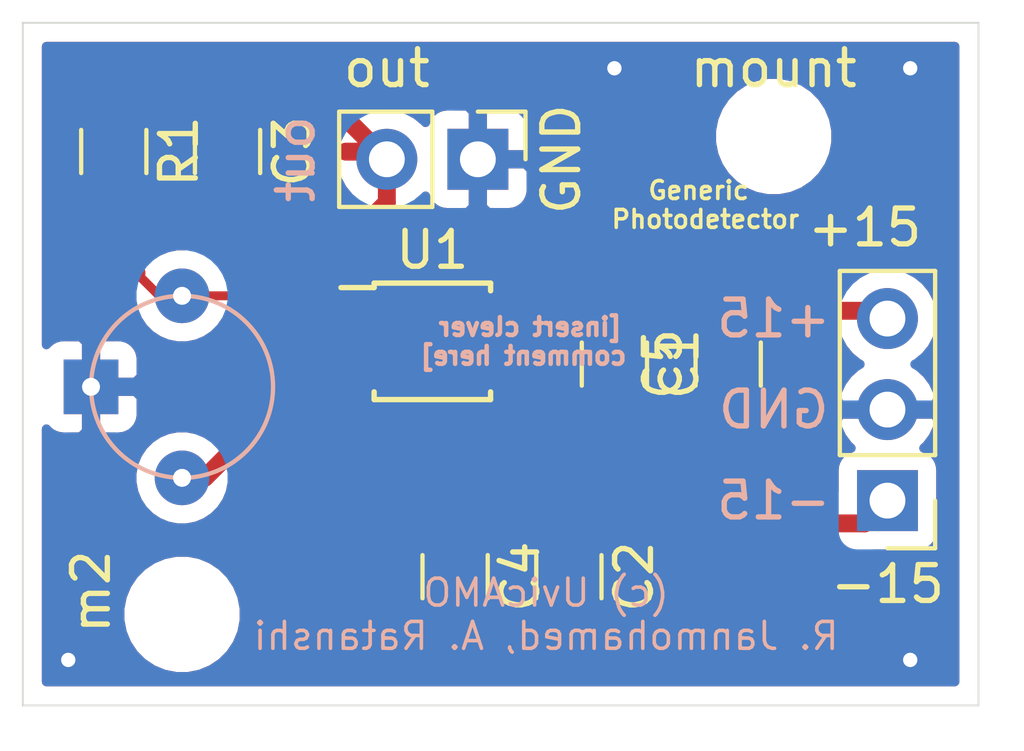
<source format=kicad_pcb>
(kicad_pcb (version 20171130) (host pcbnew "(5.1.2)-1")

  (general
    (thickness 1.6)
    (drawings 13)
    (tracks 47)
    (zones 0)
    (modules 12)
    (nets 7)
  )

  (page A4)
  (layers
    (0 F.Cu signal)
    (31 B.Cu signal)
    (32 B.Adhes user)
    (33 F.Adhes user)
    (34 B.Paste user)
    (35 F.Paste user)
    (36 B.SilkS user)
    (37 F.SilkS user)
    (38 B.Mask user)
    (39 F.Mask user)
    (40 Dwgs.User user)
    (41 Cmts.User user)
    (42 Eco1.User user)
    (43 Eco2.User user)
    (44 Edge.Cuts user)
    (45 Margin user)
    (46 B.CrtYd user)
    (47 F.CrtYd user)
    (48 B.Fab user)
    (49 F.Fab user)
  )

  (setup
    (last_trace_width 0.25)
    (trace_clearance 0.2)
    (zone_clearance 0.508)
    (zone_45_only no)
    (trace_min 0.2)
    (via_size 0.8)
    (via_drill 0.4)
    (via_min_size 0.4)
    (via_min_drill 0.3)
    (uvia_size 0.3)
    (uvia_drill 0.1)
    (uvias_allowed no)
    (uvia_min_size 0.2)
    (uvia_min_drill 0.1)
    (edge_width 0.05)
    (segment_width 0.2)
    (pcb_text_width 0.3)
    (pcb_text_size 1.5 1.5)
    (mod_edge_width 0.12)
    (mod_text_size 1 1)
    (mod_text_width 0.15)
    (pad_size 1.524 1.524)
    (pad_drill 0.762)
    (pad_to_mask_clearance 0.051)
    (solder_mask_min_width 0.25)
    (aux_axis_origin 0 0)
    (visible_elements FFFFFF7F)
    (pcbplotparams
      (layerselection 0x010fc_ffffffff)
      (usegerberextensions false)
      (usegerberattributes false)
      (usegerberadvancedattributes false)
      (creategerberjobfile false)
      (excludeedgelayer true)
      (linewidth 0.100000)
      (plotframeref false)
      (viasonmask false)
      (mode 1)
      (useauxorigin false)
      (hpglpennumber 1)
      (hpglpenspeed 20)
      (hpglpendiameter 15.000000)
      (psnegative false)
      (psa4output false)
      (plotreference true)
      (plotvalue true)
      (plotinvisibletext false)
      (padsonsilk false)
      (subtractmaskfromsilk false)
      (outputformat 1)
      (mirror false)
      (drillshape 1)
      (scaleselection 1)
      (outputdirectory ""))
  )

  (net 0 "")
  (net 1 +15V)
  (net 2 GND)
  (net 3 -15V)
  (net 4 "Net-(C3-Pad1)")
  (net 5 "Net-(C3-Pad2)")
  (net 6 "Net-(U1-Pad7)")

  (net_class Default "This is the default net class."
    (clearance 0.2)
    (trace_width 0.25)
    (via_dia 0.8)
    (via_drill 0.4)
    (uvia_dia 0.3)
    (uvia_drill 0.1)
    (add_net +15V)
    (add_net -15V)
    (add_net GND)
    (add_net "Net-(C3-Pad1)")
    (add_net "Net-(C3-Pad2)")
    (add_net "Net-(U1-Pad7)")
  )

  (module MountingHole:MountingHole_2.2mm_M2 (layer F.Cu) (tedit 56D1B4CB) (tstamp 5D3FC30E)
    (at 81.915 41.275)
    (descr "Mounting Hole 2.2mm, no annular, M2")
    (tags "mounting hole 2.2mm no annular m2")
    (attr virtual)
    (fp_text reference mount (at 0 -1.905) (layer F.SilkS)
      (effects (font (size 1 1) (thickness 0.15)))
    )
    (fp_text value MountingHole_2.2mm_M2 (at 0 3.2) (layer F.Fab) hide
      (effects (font (size 1 1) (thickness 0.15)))
    )
    (fp_circle (center 0 0) (end 2.45 0) (layer F.CrtYd) (width 0.05))
    (fp_circle (center 0 0) (end 2.2 0) (layer Cmts.User) (width 0.15))
    (fp_text user %R (at 0.3 0) (layer F.Fab)
      (effects (font (size 1 1) (thickness 0.15)))
    )
    (pad 1 np_thru_hole circle (at 0 0) (size 2.2 2.2) (drill 2.2) (layers *.Cu *.Mask))
  )

  (module MountingHole:MountingHole_2.2mm_M2 (layer F.Cu) (tedit 56D1B4CB) (tstamp 5D3FC5A9)
    (at 65.405 54.61)
    (descr "Mounting Hole 2.2mm, no annular, M2")
    (tags "mounting hole 2.2mm no annular m2")
    (attr virtual)
    (fp_text reference m2 (at -2.54 -0.635 90) (layer F.SilkS)
      (effects (font (size 1 1) (thickness 0.15)))
    )
    (fp_text value MountingHole_2.2mm_M2 (at 0 3.2) (layer F.Fab) hide
      (effects (font (size 1 1) (thickness 0.15)))
    )
    (fp_circle (center 0 0) (end 2.45 0) (layer F.CrtYd) (width 0.05))
    (fp_circle (center 0 0) (end 2.2 0) (layer Cmts.User) (width 0.15))
    (fp_text user %R (at 0.3 0) (layer F.Fab)
      (effects (font (size 1 1) (thickness 0.15)))
    )
    (pad 1 np_thru_hole circle (at 0 0) (size 2.2 2.2) (drill 2.2) (layers *.Cu *.Mask))
  )

  (module Capacitor_SMD:C_1206_3216Metric_Pad1.42x1.75mm_HandSolder (layer F.Cu) (tedit 5B301BBE) (tstamp 5D3F9F7E)
    (at 76.2 53.5575 270)
    (descr "Capacitor SMD 1206 (3216 Metric), square (rectangular) end terminal, IPC_7351 nominal with elongated pad for handsoldering. (Body size source: http://www.tortai-tech.com/upload/download/2011102023233369053.pdf), generated with kicad-footprint-generator")
    (tags "capacitor handsolder")
    (path /5D41F402)
    (attr smd)
    (fp_text reference C2 (at 0 -1.82 90) (layer F.SilkS)
      (effects (font (size 1 1) (thickness 0.15)))
    )
    (fp_text value 1u (at 0 1.82 90) (layer F.Fab)
      (effects (font (size 1 1) (thickness 0.15)))
    )
    (fp_text user %R (at 0 0 90) (layer F.Fab)
      (effects (font (size 0.8 0.8) (thickness 0.12)))
    )
    (fp_line (start 2.45 1.12) (end -2.45 1.12) (layer F.CrtYd) (width 0.05))
    (fp_line (start 2.45 -1.12) (end 2.45 1.12) (layer F.CrtYd) (width 0.05))
    (fp_line (start -2.45 -1.12) (end 2.45 -1.12) (layer F.CrtYd) (width 0.05))
    (fp_line (start -2.45 1.12) (end -2.45 -1.12) (layer F.CrtYd) (width 0.05))
    (fp_line (start -0.602064 0.91) (end 0.602064 0.91) (layer F.SilkS) (width 0.12))
    (fp_line (start -0.602064 -0.91) (end 0.602064 -0.91) (layer F.SilkS) (width 0.12))
    (fp_line (start 1.6 0.8) (end -1.6 0.8) (layer F.Fab) (width 0.1))
    (fp_line (start 1.6 -0.8) (end 1.6 0.8) (layer F.Fab) (width 0.1))
    (fp_line (start -1.6 -0.8) (end 1.6 -0.8) (layer F.Fab) (width 0.1))
    (fp_line (start -1.6 0.8) (end -1.6 -0.8) (layer F.Fab) (width 0.1))
    (pad 2 smd roundrect (at 1.4875 0 270) (size 1.425 1.75) (layers F.Cu F.Paste F.Mask) (roundrect_rratio 0.175439)
      (net 2 GND))
    (pad 1 smd roundrect (at -1.4875 0 270) (size 1.425 1.75) (layers F.Cu F.Paste F.Mask) (roundrect_rratio 0.175439)
      (net 3 -15V))
    (model ${KISYS3DMOD}/Capacitor_SMD.3dshapes/C_1206_3216Metric.wrl
      (at (xyz 0 0 0))
      (scale (xyz 1 1 1))
      (rotate (xyz 0 0 0))
    )
  )

  (module Capacitor_SMD:C_1206_3216Metric_Pad1.42x1.75mm_HandSolder (layer F.Cu) (tedit 5B301BBE) (tstamp 5D3FAF6D)
    (at 73.025 53.5575 270)
    (descr "Capacitor SMD 1206 (3216 Metric), square (rectangular) end terminal, IPC_7351 nominal with elongated pad for handsoldering. (Body size source: http://www.tortai-tech.com/upload/download/2011102023233369053.pdf), generated with kicad-footprint-generator")
    (tags "capacitor handsolder")
    (path /5D4332D9)
    (attr smd)
    (fp_text reference C4 (at 0 -1.82 90) (layer F.SilkS)
      (effects (font (size 1 1) (thickness 0.15)))
    )
    (fp_text value 10n (at 0 1.82 90) (layer F.Fab)
      (effects (font (size 1 1) (thickness 0.15)))
    )
    (fp_text user %R (at 0 0 90) (layer F.Fab)
      (effects (font (size 0.8 0.8) (thickness 0.12)))
    )
    (fp_line (start 2.45 1.12) (end -2.45 1.12) (layer F.CrtYd) (width 0.05))
    (fp_line (start 2.45 -1.12) (end 2.45 1.12) (layer F.CrtYd) (width 0.05))
    (fp_line (start -2.45 -1.12) (end 2.45 -1.12) (layer F.CrtYd) (width 0.05))
    (fp_line (start -2.45 1.12) (end -2.45 -1.12) (layer F.CrtYd) (width 0.05))
    (fp_line (start -0.602064 0.91) (end 0.602064 0.91) (layer F.SilkS) (width 0.12))
    (fp_line (start -0.602064 -0.91) (end 0.602064 -0.91) (layer F.SilkS) (width 0.12))
    (fp_line (start 1.6 0.8) (end -1.6 0.8) (layer F.Fab) (width 0.1))
    (fp_line (start 1.6 -0.8) (end 1.6 0.8) (layer F.Fab) (width 0.1))
    (fp_line (start -1.6 -0.8) (end 1.6 -0.8) (layer F.Fab) (width 0.1))
    (fp_line (start -1.6 0.8) (end -1.6 -0.8) (layer F.Fab) (width 0.1))
    (pad 2 smd roundrect (at 1.4875 0 270) (size 1.425 1.75) (layers F.Cu F.Paste F.Mask) (roundrect_rratio 0.175439)
      (net 2 GND))
    (pad 1 smd roundrect (at -1.4875 0 270) (size 1.425 1.75) (layers F.Cu F.Paste F.Mask) (roundrect_rratio 0.175439)
      (net 3 -15V))
    (model ${KISYS3DMOD}/Capacitor_SMD.3dshapes/C_1206_3216Metric.wrl
      (at (xyz 0 0 0))
      (scale (xyz 1 1 1))
      (rotate (xyz 0 0 0))
    )
  )

  (module Connector_PinHeader_2.54mm:PinHeader_1x03_P2.54mm_Vertical (layer F.Cu) (tedit 59FED5CC) (tstamp 5D3FB1ED)
    (at 85.09 51.435 180)
    (descr "Through hole straight pin header, 1x03, 2.54mm pitch, single row")
    (tags "Through hole pin header THT 1x03 2.54mm single row")
    (path /5D3F8234)
    (fp_text reference -15 (at 0 -2.33) (layer F.SilkS)
      (effects (font (size 1 1) (thickness 0.15)))
    )
    (fp_text value Power (at 0 7.41) (layer F.Fab)
      (effects (font (size 1 1) (thickness 0.15)))
    )
    (fp_line (start -0.635 -1.27) (end 1.27 -1.27) (layer F.Fab) (width 0.1))
    (fp_line (start 1.27 -1.27) (end 1.27 6.35) (layer F.Fab) (width 0.1))
    (fp_line (start 1.27 6.35) (end -1.27 6.35) (layer F.Fab) (width 0.1))
    (fp_line (start -1.27 6.35) (end -1.27 -0.635) (layer F.Fab) (width 0.1))
    (fp_line (start -1.27 -0.635) (end -0.635 -1.27) (layer F.Fab) (width 0.1))
    (fp_line (start -1.33 6.41) (end 1.33 6.41) (layer F.SilkS) (width 0.12))
    (fp_line (start -1.33 1.27) (end -1.33 6.41) (layer F.SilkS) (width 0.12))
    (fp_line (start 1.33 1.27) (end 1.33 6.41) (layer F.SilkS) (width 0.12))
    (fp_line (start -1.33 1.27) (end 1.33 1.27) (layer F.SilkS) (width 0.12))
    (fp_line (start -1.33 0) (end -1.33 -1.33) (layer F.SilkS) (width 0.12))
    (fp_line (start -1.33 -1.33) (end 0 -1.33) (layer F.SilkS) (width 0.12))
    (fp_line (start -1.8 -1.8) (end -1.8 6.85) (layer F.CrtYd) (width 0.05))
    (fp_line (start -1.8 6.85) (end 1.8 6.85) (layer F.CrtYd) (width 0.05))
    (fp_line (start 1.8 6.85) (end 1.8 -1.8) (layer F.CrtYd) (width 0.05))
    (fp_line (start 1.8 -1.8) (end -1.8 -1.8) (layer F.CrtYd) (width 0.05))
    (fp_text user %R (at 0 2.54 90) (layer F.Fab)
      (effects (font (size 1 1) (thickness 0.15)))
    )
    (pad 1 thru_hole rect (at 0 0 180) (size 1.7 1.7) (drill 1) (layers *.Cu *.Mask)
      (net 3 -15V))
    (pad 2 thru_hole oval (at 0 2.54 180) (size 1.7 1.7) (drill 1) (layers *.Cu *.Mask)
      (net 2 GND))
    (pad 3 thru_hole oval (at 0 5.08 180) (size 1.7 1.7) (drill 1) (layers *.Cu *.Mask)
      (net 1 +15V))
    (model ${KISYS3DMOD}/Connector_PinHeader_2.54mm.3dshapes/PinHeader_1x03_P2.54mm_Vertical.wrl
      (at (xyz 0 0 0))
      (scale (xyz 1 1 1))
      (rotate (xyz 0 0 0))
    )
  )

  (module uvicamo:FDS100 (layer B.Cu) (tedit 5D3F6194) (tstamp 5D3FB3E9)
    (at 65.405 48.26)
    (path /5D4125FD)
    (fp_text reference PD (at 5.08 -1.905) (layer B.SilkS) hide
      (effects (font (size 1 1) (thickness 0.15)) (justify mirror))
    )
    (fp_text value FDS100 (at 5.08 2.54) (layer B.Fab)
      (effects (font (size 1 1) (thickness 0.15)) (justify mirror))
    )
    (fp_circle (center 0 0) (end 0 -2.54) (layer B.SilkS) (width 0.12))
    (pad 1 thru_hole circle (at 0 2.54) (size 1.524 1.524) (drill 0.5) (layers *.Cu *.Mask)
      (net 3 -15V))
    (pad 2 thru_hole rect (at -2.54 0) (size 1.524 1.524) (drill 0.5) (layers *.Cu *.Mask)
      (net 2 GND))
    (pad 3 thru_hole circle (at 0 -2.54) (size 1.524 1.524) (drill 0.5) (layers *.Cu *.Mask)
      (net 5 "Net-(C3-Pad2)"))
  )

  (module Capacitor_SMD:C_1206_3216Metric_Pad1.42x1.75mm_HandSolder (layer F.Cu) (tedit 5B301BBE) (tstamp 5D3F9F6D)
    (at 77.47 47.625 270)
    (descr "Capacitor SMD 1206 (3216 Metric), square (rectangular) end terminal, IPC_7351 nominal with elongated pad for handsoldering. (Body size source: http://www.tortai-tech.com/upload/download/2011102023233369053.pdf), generated with kicad-footprint-generator")
    (tags "capacitor handsolder")
    (path /5D423127)
    (attr smd)
    (fp_text reference C1 (at 0 -1.82 270) (layer F.SilkS)
      (effects (font (size 1 1) (thickness 0.15)))
    )
    (fp_text value 100n (at 0 1.82 90) (layer F.Fab)
      (effects (font (size 1 1) (thickness 0.15)))
    )
    (fp_line (start -1.6 0.8) (end -1.6 -0.8) (layer F.Fab) (width 0.1))
    (fp_line (start -1.6 -0.8) (end 1.6 -0.8) (layer F.Fab) (width 0.1))
    (fp_line (start 1.6 -0.8) (end 1.6 0.8) (layer F.Fab) (width 0.1))
    (fp_line (start 1.6 0.8) (end -1.6 0.8) (layer F.Fab) (width 0.1))
    (fp_line (start -0.602064 -0.91) (end 0.602064 -0.91) (layer F.SilkS) (width 0.12))
    (fp_line (start -0.602064 0.91) (end 0.602064 0.91) (layer F.SilkS) (width 0.12))
    (fp_line (start -2.45 1.12) (end -2.45 -1.12) (layer F.CrtYd) (width 0.05))
    (fp_line (start -2.45 -1.12) (end 2.45 -1.12) (layer F.CrtYd) (width 0.05))
    (fp_line (start 2.45 -1.12) (end 2.45 1.12) (layer F.CrtYd) (width 0.05))
    (fp_line (start 2.45 1.12) (end -2.45 1.12) (layer F.CrtYd) (width 0.05))
    (fp_text user %R (at 0 0 90) (layer F.Fab)
      (effects (font (size 0.8 0.8) (thickness 0.12)))
    )
    (pad 1 smd roundrect (at -1.4875 0 270) (size 1.425 1.75) (layers F.Cu F.Paste F.Mask) (roundrect_rratio 0.175439)
      (net 1 +15V))
    (pad 2 smd roundrect (at 1.4875 0 270) (size 1.425 1.75) (layers F.Cu F.Paste F.Mask) (roundrect_rratio 0.175439)
      (net 2 GND))
    (model ${KISYS3DMOD}/Capacitor_SMD.3dshapes/C_1206_3216Metric.wrl
      (at (xyz 0 0 0))
      (scale (xyz 1 1 1))
      (rotate (xyz 0 0 0))
    )
  )

  (module Capacitor_SMD:C_1206_3216Metric_Pad1.42x1.75mm_HandSolder (layer F.Cu) (tedit 5B301BBE) (tstamp 5D3FC82C)
    (at 66.675 41.6925 270)
    (descr "Capacitor SMD 1206 (3216 Metric), square (rectangular) end terminal, IPC_7351 nominal with elongated pad for handsoldering. (Body size source: http://www.tortai-tech.com/upload/download/2011102023233369053.pdf), generated with kicad-footprint-generator")
    (tags "capacitor handsolder")
    (path /5D3F45F7)
    (attr smd)
    (fp_text reference C3 (at 0 -1.82 90) (layer F.SilkS)
      (effects (font (size 1 1) (thickness 0.15)))
    )
    (fp_text value 18p (at 0 1.82 90) (layer F.Fab)
      (effects (font (size 1 1) (thickness 0.15)))
    )
    (fp_line (start -1.6 0.8) (end -1.6 -0.8) (layer F.Fab) (width 0.1))
    (fp_line (start -1.6 -0.8) (end 1.6 -0.8) (layer F.Fab) (width 0.1))
    (fp_line (start 1.6 -0.8) (end 1.6 0.8) (layer F.Fab) (width 0.1))
    (fp_line (start 1.6 0.8) (end -1.6 0.8) (layer F.Fab) (width 0.1))
    (fp_line (start -0.602064 -0.91) (end 0.602064 -0.91) (layer F.SilkS) (width 0.12))
    (fp_line (start -0.602064 0.91) (end 0.602064 0.91) (layer F.SilkS) (width 0.12))
    (fp_line (start -2.45 1.12) (end -2.45 -1.12) (layer F.CrtYd) (width 0.05))
    (fp_line (start -2.45 -1.12) (end 2.45 -1.12) (layer F.CrtYd) (width 0.05))
    (fp_line (start 2.45 -1.12) (end 2.45 1.12) (layer F.CrtYd) (width 0.05))
    (fp_line (start 2.45 1.12) (end -2.45 1.12) (layer F.CrtYd) (width 0.05))
    (fp_text user %R (at 0 0 90) (layer F.Fab)
      (effects (font (size 0.8 0.8) (thickness 0.12)))
    )
    (pad 1 smd roundrect (at -1.4875 0 270) (size 1.425 1.75) (layers F.Cu F.Paste F.Mask) (roundrect_rratio 0.175439)
      (net 4 "Net-(C3-Pad1)"))
    (pad 2 smd roundrect (at 1.4875 0 270) (size 1.425 1.75) (layers F.Cu F.Paste F.Mask) (roundrect_rratio 0.175439)
      (net 5 "Net-(C3-Pad2)"))
    (model ${KISYS3DMOD}/Capacitor_SMD.3dshapes/C_1206_3216Metric.wrl
      (at (xyz 0 0 0))
      (scale (xyz 1 1 1))
      (rotate (xyz 0 0 0))
    )
  )

  (module Capacitor_SMD:C_1206_3216Metric_Pad1.42x1.75mm_HandSolder (layer F.Cu) (tedit 5B301BBE) (tstamp 5D3FAB6C)
    (at 80.645 47.625 90)
    (descr "Capacitor SMD 1206 (3216 Metric), square (rectangular) end terminal, IPC_7351 nominal with elongated pad for handsoldering. (Body size source: http://www.tortai-tech.com/upload/download/2011102023233369053.pdf), generated with kicad-footprint-generator")
    (tags "capacitor handsolder")
    (path /5D436D3E)
    (attr smd)
    (fp_text reference C5 (at 0 -1.82 90) (layer F.SilkS)
      (effects (font (size 1 1) (thickness 0.15)))
    )
    (fp_text value 10n (at 0 1.82 90) (layer F.Fab)
      (effects (font (size 1 1) (thickness 0.15)))
    )
    (fp_line (start -1.6 0.8) (end -1.6 -0.8) (layer F.Fab) (width 0.1))
    (fp_line (start -1.6 -0.8) (end 1.6 -0.8) (layer F.Fab) (width 0.1))
    (fp_line (start 1.6 -0.8) (end 1.6 0.8) (layer F.Fab) (width 0.1))
    (fp_line (start 1.6 0.8) (end -1.6 0.8) (layer F.Fab) (width 0.1))
    (fp_line (start -0.602064 -0.91) (end 0.602064 -0.91) (layer F.SilkS) (width 0.12))
    (fp_line (start -0.602064 0.91) (end 0.602064 0.91) (layer F.SilkS) (width 0.12))
    (fp_line (start -2.45 1.12) (end -2.45 -1.12) (layer F.CrtYd) (width 0.05))
    (fp_line (start -2.45 -1.12) (end 2.45 -1.12) (layer F.CrtYd) (width 0.05))
    (fp_line (start 2.45 -1.12) (end 2.45 1.12) (layer F.CrtYd) (width 0.05))
    (fp_line (start 2.45 1.12) (end -2.45 1.12) (layer F.CrtYd) (width 0.05))
    (fp_text user %R (at 0 0 90) (layer F.Fab)
      (effects (font (size 0.8 0.8) (thickness 0.12)))
    )
    (pad 1 smd roundrect (at -1.4875 0 90) (size 1.425 1.75) (layers F.Cu F.Paste F.Mask) (roundrect_rratio 0.175439)
      (net 2 GND))
    (pad 2 smd roundrect (at 1.4875 0 90) (size 1.425 1.75) (layers F.Cu F.Paste F.Mask) (roundrect_rratio 0.175439)
      (net 1 +15V))
    (model ${KISYS3DMOD}/Capacitor_SMD.3dshapes/C_1206_3216Metric.wrl
      (at (xyz 0 0 0))
      (scale (xyz 1 1 1))
      (rotate (xyz 0 0 0))
    )
  )

  (module Connector_PinHeader_2.54mm:PinHeader_1x02_P2.54mm_Vertical (layer F.Cu) (tedit 59FED5CC) (tstamp 5D3FAA1C)
    (at 73.66 41.91 270)
    (descr "Through hole straight pin header, 1x02, 2.54mm pitch, single row")
    (tags "Through hole pin header THT 1x02 2.54mm single row")
    (path /5D3F7435)
    (fp_text reference GND (at 0 -2.33 90) (layer F.SilkS)
      (effects (font (size 1 1) (thickness 0.15)))
    )
    (fp_text value Output (at 0 4.87 90) (layer F.Fab)
      (effects (font (size 1 1) (thickness 0.15)))
    )
    (fp_line (start -0.635 -1.27) (end 1.27 -1.27) (layer F.Fab) (width 0.1))
    (fp_line (start 1.27 -1.27) (end 1.27 3.81) (layer F.Fab) (width 0.1))
    (fp_line (start 1.27 3.81) (end -1.27 3.81) (layer F.Fab) (width 0.1))
    (fp_line (start -1.27 3.81) (end -1.27 -0.635) (layer F.Fab) (width 0.1))
    (fp_line (start -1.27 -0.635) (end -0.635 -1.27) (layer F.Fab) (width 0.1))
    (fp_line (start -1.33 3.87) (end 1.33 3.87) (layer F.SilkS) (width 0.12))
    (fp_line (start -1.33 1.27) (end -1.33 3.87) (layer F.SilkS) (width 0.12))
    (fp_line (start 1.33 1.27) (end 1.33 3.87) (layer F.SilkS) (width 0.12))
    (fp_line (start -1.33 1.27) (end 1.33 1.27) (layer F.SilkS) (width 0.12))
    (fp_line (start -1.33 0) (end -1.33 -1.33) (layer F.SilkS) (width 0.12))
    (fp_line (start -1.33 -1.33) (end 0 -1.33) (layer F.SilkS) (width 0.12))
    (fp_line (start -1.8 -1.8) (end -1.8 4.35) (layer F.CrtYd) (width 0.05))
    (fp_line (start -1.8 4.35) (end 1.8 4.35) (layer F.CrtYd) (width 0.05))
    (fp_line (start 1.8 4.35) (end 1.8 -1.8) (layer F.CrtYd) (width 0.05))
    (fp_line (start 1.8 -1.8) (end -1.8 -1.8) (layer F.CrtYd) (width 0.05))
    (fp_text user %R (at 0 1.27) (layer F.Fab)
      (effects (font (size 1 1) (thickness 0.15)))
    )
    (pad 1 thru_hole rect (at 0 0 270) (size 1.7 1.7) (drill 1) (layers *.Cu *.Mask)
      (net 2 GND))
    (pad 2 thru_hole oval (at 0 2.54 270) (size 1.7 1.7) (drill 1) (layers *.Cu *.Mask)
      (net 4 "Net-(C3-Pad1)"))
    (model ${KISYS3DMOD}/Connector_PinHeader_2.54mm.3dshapes/PinHeader_1x02_P2.54mm_Vertical.wrl
      (at (xyz 0 0 0))
      (scale (xyz 1 1 1))
      (rotate (xyz 0 0 0))
    )
  )

  (module Resistor_SMD:R_1206_3216Metric_Pad1.42x1.75mm_HandSolder (layer F.Cu) (tedit 5B301BBD) (tstamp 5D3F9FEF)
    (at 63.5 41.6925 270)
    (descr "Resistor SMD 1206 (3216 Metric), square (rectangular) end terminal, IPC_7351 nominal with elongated pad for handsoldering. (Body size source: http://www.tortai-tech.com/upload/download/2011102023233369053.pdf), generated with kicad-footprint-generator")
    (tags "resistor handsolder")
    (path /5D3F299E)
    (attr smd)
    (fp_text reference R1 (at 0 -1.82 90) (layer F.SilkS)
      (effects (font (size 1 1) (thickness 0.15)))
    )
    (fp_text value 8k06 (at -1.4875 -7.62 180) (layer F.Fab)
      (effects (font (size 1 1) (thickness 0.15)))
    )
    (fp_line (start -1.6 0.8) (end -1.6 -0.8) (layer F.Fab) (width 0.1))
    (fp_line (start -1.6 -0.8) (end 1.6 -0.8) (layer F.Fab) (width 0.1))
    (fp_line (start 1.6 -0.8) (end 1.6 0.8) (layer F.Fab) (width 0.1))
    (fp_line (start 1.6 0.8) (end -1.6 0.8) (layer F.Fab) (width 0.1))
    (fp_line (start -0.602064 -0.91) (end 0.602064 -0.91) (layer F.SilkS) (width 0.12))
    (fp_line (start -0.602064 0.91) (end 0.602064 0.91) (layer F.SilkS) (width 0.12))
    (fp_line (start -2.45 1.12) (end -2.45 -1.12) (layer F.CrtYd) (width 0.05))
    (fp_line (start -2.45 -1.12) (end 2.45 -1.12) (layer F.CrtYd) (width 0.05))
    (fp_line (start 2.45 -1.12) (end 2.45 1.12) (layer F.CrtYd) (width 0.05))
    (fp_line (start 2.45 1.12) (end -2.45 1.12) (layer F.CrtYd) (width 0.05))
    (fp_text user %R (at 0 0 90) (layer F.Fab)
      (effects (font (size 0.8 0.8) (thickness 0.12)))
    )
    (pad 1 smd roundrect (at -1.4875 0 270) (size 1.425 1.75) (layers F.Cu F.Paste F.Mask) (roundrect_rratio 0.175439)
      (net 4 "Net-(C3-Pad1)"))
    (pad 2 smd roundrect (at 1.4875 0 270) (size 1.425 1.75) (layers F.Cu F.Paste F.Mask) (roundrect_rratio 0.175439)
      (net 5 "Net-(C3-Pad2)"))
    (model ${KISYS3DMOD}/Resistor_SMD.3dshapes/R_1206_3216Metric.wrl
      (at (xyz 0 0 0))
      (scale (xyz 1 1 1))
      (rotate (xyz 0 0 0))
    )
  )

  (module Package_SO:MSOP-8-1EP_3x3mm_P0.65mm_EP1.68x1.88mm (layer F.Cu) (tedit 5A6725D7) (tstamp 5D3FA2B9)
    (at 72.39 46.99)
    (descr "MS8E Package; 8-Lead Plastic MSOP, Exposed Die Pad (see Linear Technology 05081662_K_MS8E.pdf)")
    (tags "SSOP 0.65")
    (path /5D407572)
    (attr smd)
    (fp_text reference U1 (at 0 -2.55) (layer F.SilkS)
      (effects (font (size 1 1) (thickness 0.15)))
    )
    (fp_text value ADA4661-2 (at 0 2.55) (layer F.Fab)
      (effects (font (size 1 1) (thickness 0.15)))
    )
    (fp_line (start -0.5 -1.5) (end 1.5 -1.5) (layer F.Fab) (width 0.15))
    (fp_line (start 1.5 -1.5) (end 1.5 1.5) (layer F.Fab) (width 0.15))
    (fp_line (start 1.5 1.5) (end -1.5 1.5) (layer F.Fab) (width 0.15))
    (fp_line (start -1.5 1.5) (end -1.5 -0.5) (layer F.Fab) (width 0.15))
    (fp_line (start -1.5 -0.5) (end -0.5 -1.5) (layer F.Fab) (width 0.15))
    (fp_line (start -2.8 -1.8) (end -2.8 1.8) (layer F.CrtYd) (width 0.05))
    (fp_line (start 2.8 -1.8) (end 2.8 1.8) (layer F.CrtYd) (width 0.05))
    (fp_line (start -2.8 -1.8) (end 2.8 -1.8) (layer F.CrtYd) (width 0.05))
    (fp_line (start -2.8 1.8) (end 2.8 1.8) (layer F.CrtYd) (width 0.05))
    (fp_line (start -1.625 -1.625) (end -1.625 -1.5) (layer F.SilkS) (width 0.15))
    (fp_line (start 1.625 -1.625) (end 1.625 -1.41) (layer F.SilkS) (width 0.15))
    (fp_line (start 1.625 1.625) (end 1.625 1.41) (layer F.SilkS) (width 0.15))
    (fp_line (start -1.625 1.625) (end -1.625 1.41) (layer F.SilkS) (width 0.15))
    (fp_line (start -1.625 -1.625) (end 1.625 -1.625) (layer F.SilkS) (width 0.15))
    (fp_line (start -1.625 1.625) (end 1.625 1.625) (layer F.SilkS) (width 0.15))
    (fp_line (start -1.625 -1.5) (end -2.55 -1.5) (layer F.SilkS) (width 0.15))
    (fp_text user %R (at 0 0) (layer F.Fab)
      (effects (font (size 0.6 0.6) (thickness 0.09)))
    )
    (pad 1 smd rect (at -2.105 -0.975) (size 0.89 0.42) (layers F.Cu F.Paste F.Mask)
      (net 4 "Net-(C3-Pad1)"))
    (pad 2 smd rect (at -2.105 -0.325) (size 0.89 0.42) (layers F.Cu F.Paste F.Mask)
      (net 5 "Net-(C3-Pad2)"))
    (pad 3 smd rect (at -2.105 0.325) (size 0.89 0.42) (layers F.Cu F.Paste F.Mask)
      (net 2 GND))
    (pad 4 smd rect (at -2.105 0.975) (size 0.89 0.42) (layers F.Cu F.Paste F.Mask)
      (net 3 -15V))
    (pad 5 smd rect (at 2.105 0.975) (size 0.89 0.42) (layers F.Cu F.Paste F.Mask)
      (net 2 GND))
    (pad 6 smd rect (at 2.105 0.325) (size 0.89 0.42) (layers F.Cu F.Paste F.Mask)
      (net 2 GND))
    (pad 7 smd rect (at 2.105 -0.325) (size 0.89 0.42) (layers F.Cu F.Paste F.Mask)
      (net 6 "Net-(U1-Pad7)"))
    (pad 8 smd rect (at 2.105 -0.975) (size 0.89 0.42) (layers F.Cu F.Paste F.Mask)
      (net 1 +15V))
    (pad "" smd rect (at 0.42 0.47) (size 0.66 0.76) (layers F.Paste))
    (pad 9 smd rect (at 0 0) (size 1.68 1.88) (layers F.Cu F.Mask))
    (pad "" smd rect (at -0.42 0.47) (size 0.66 0.76) (layers F.Paste))
    (pad "" smd rect (at -0.42 -0.47) (size 0.66 0.76) (layers F.Paste))
    (pad "" smd rect (at 0.42 -0.47) (size 0.66 0.76) (layers F.Paste))
    (model ${KISYS3DMOD}/Package_SO.3dshapes/MSOP-8-1EP_3x3mm_P0.65mm_EP1.68x1.88mm.wrl
      (at (xyz 0 0 0))
      (scale (xyz 1 1 1))
      (rotate (xyz 0 0 0))
    )
  )

  (gr_text "[insert clever \ncomment here]" (at 74.93 46.99) (layer B.SilkS)
    (effects (font (size 0.5 0.5) (thickness 0.125)) (justify mirror))
  )
  (gr_text out (at 71.12 39.37) (layer F.SilkS)
    (effects (font (size 1 1) (thickness 0.15)))
  )
  (gr_text +15 (at 84.455 43.815) (layer F.SilkS)
    (effects (font (size 1 1) (thickness 0.15)))
  )
  (gr_text GND (at 81.915 48.895) (layer B.SilkS)
    (effects (font (size 1 1) (thickness 0.15)) (justify mirror))
  )
  (gr_text "-15\n" (at 81.915 51.435) (layer B.SilkS)
    (effects (font (size 1 1) (thickness 0.15)) (justify mirror))
  )
  (gr_text +15 (at 81.915 46.355) (layer B.SilkS)
    (effects (font (size 1 1) (thickness 0.15)) (justify mirror))
  )
  (gr_text out (at 68.58 41.91 90) (layer B.SilkS)
    (effects (font (size 1 1) (thickness 0.15)) (justify mirror))
  )
  (gr_text "Generic \nPhotodetector" (at 80.01 43.18) (layer F.SilkS)
    (effects (font (size 0.5 0.5) (thickness 0.1)))
  )
  (gr_text "(c) UvicAMO\nR. Janmohamed, A. Ratanshi" (at 75.565 54.61) (layer B.SilkS)
    (effects (font (size 0.75 0.75) (thickness 0.1)) (justify mirror))
  )
  (gr_line (start 60.96 57.15) (end 60.96 38.1) (layer Edge.Cuts) (width 0.05))
  (gr_line (start 87.63 57.15) (end 60.96 57.15) (layer Edge.Cuts) (width 0.05))
  (gr_line (start 87.63 38.1) (end 87.63 57.15) (layer Edge.Cuts) (width 0.05))
  (gr_line (start 60.96 38.1) (end 87.63 38.1) (layer Edge.Cuts) (width 0.05))

  (segment (start 77.3475 46.015) (end 77.47 46.1375) (width 0.25) (layer F.Cu) (net 1))
  (segment (start 74.495 46.015) (end 77.3475 46.015) (width 0.25) (layer F.Cu) (net 1))
  (segment (start 77.47 46.1375) (end 80.645 46.1375) (width 0.25) (layer F.Cu) (net 1))
  (segment (start 84.8725 46.1375) (end 85.09 46.355) (width 0.5) (layer F.Cu) (net 1))
  (segment (start 80.645 46.1375) (end 84.8725 46.1375) (width 0.5) (layer F.Cu) (net 1))
  (segment (start 74.495 47.315) (end 74.495 47.965) (width 0.25) (layer F.Cu) (net 2))
  (segment (start 70.285 47.315) (end 68.89 47.315) (width 0.25) (layer F.Cu) (net 2))
  (segment (start 68.58 47.625) (end 66.675 47.625) (width 0.25) (layer F.Cu) (net 2))
  (segment (start 68.89 47.315) (end 68.58 47.625) (width 0.25) (layer F.Cu) (net 2))
  (via (at 77.47 39.37) (size 0.8) (drill 0.4) (layers F.Cu B.Cu) (net 2))
  (via (at 85.725 39.37) (size 0.8) (drill 0.4) (layers F.Cu B.Cu) (net 2))
  (via (at 85.725 55.88) (size 0.8) (drill 0.4) (layers F.Cu B.Cu) (net 2))
  (via (at 62.23 55.88) (size 0.8) (drill 0.4) (layers F.Cu B.Cu) (net 2))
  (segment (start 79.93 52.07) (end 76.2 52.07) (width 0.5) (layer F.Cu) (net 3))
  (segment (start 76.2 52.07) (end 73.025 52.07) (width 0.5) (layer F.Cu) (net 3))
  (segment (start 73.025 52.07) (end 71.755 52.07) (width 0.5) (layer F.Cu) (net 3))
  (segment (start 70.274999 47.975001) (end 70.285 47.975001) (width 0.5) (layer F.Cu) (net 3))
  (segment (start 69.85 50.165) (end 69.85 48.4) (width 0.5) (layer F.Cu) (net 3))
  (segment (start 69.85 48.4) (end 70.274999 47.975001) (width 0.5) (layer F.Cu) (net 3))
  (segment (start 85.09 51.435) (end 84.455 52.07) (width 0.5) (layer F.Cu) (net 3))
  (segment (start 84.455 52.07) (end 79.93 52.07) (width 0.5) (layer F.Cu) (net 3))
  (segment (start 71.755 52.07) (end 70.485 50.8) (width 0.5) (layer F.Cu) (net 3))
  (segment (start 70.485 50.8) (end 69.85 50.165) (width 0.5) (layer F.Cu) (net 3))
  (segment (start 69.85 50.165) (end 66.675 50.165) (width 0.5) (layer F.Cu) (net 3))
  (segment (start 66.675 50.165) (end 66.04 50.8) (width 0.5) (layer F.Cu) (net 3))
  (segment (start 66.04 50.8) (end 65.405 50.8) (width 0.25) (layer F.Cu) (net 3))
  (segment (start 70.907 41.697) (end 71.12 41.91) (width 0.5) (layer F.Cu) (net 4))
  (segment (start 69.977 41.697) (end 70.907 41.697) (width 0.5) (layer F.Cu) (net 4))
  (segment (start 70.285 43.947081) (end 70.285 46.004999) (width 0.5) (layer F.Cu) (net 4))
  (segment (start 71.12 41.91) (end 71.12 43.112081) (width 0.5) (layer F.Cu) (net 4))
  (segment (start 71.12 43.112081) (end 70.285 43.947081) (width 0.5) (layer F.Cu) (net 4))
  (segment (start 63.5 40.205) (end 66.675 40.205) (width 0.5) (layer F.Cu) (net 4))
  (segment (start 69.415 40.205) (end 71.12 41.91) (width 0.5) (layer F.Cu) (net 4))
  (segment (start 66.675 40.205) (end 69.415 40.205) (width 0.5) (layer F.Cu) (net 4))
  (segment (start 64.135 45.085) (end 63.5 44.45) (width 0.5) (layer F.Cu) (net 5))
  (segment (start 67.945 44.4275) (end 67.945 45.593) (width 0.25) (layer F.Cu) (net 5))
  (segment (start 69.017 46.665) (end 70.285 46.665) (width 0.25) (layer F.Cu) (net 5))
  (segment (start 64.135 45.085) (end 64.77 45.72) (width 0.25) (layer F.Cu) (net 5))
  (segment (start 64.77 45.72) (end 65.405 45.72) (width 0.25) (layer F.Cu) (net 5))
  (segment (start 63.5 43.18) (end 63.5 44.45) (width 0.5) (layer F.Cu) (net 5))
  (segment (start 67.468847 43.951347) (end 67.945 44.4275) (width 0.25) (layer F.Cu) (net 5))
  (segment (start 67.446347 43.951347) (end 67.468847 43.951347) (width 0.25) (layer F.Cu) (net 5))
  (segment (start 66.675 43.18) (end 67.446347 43.951347) (width 0.25) (layer F.Cu) (net 5))
  (segment (start 67.945 45.72) (end 68.0085 45.6565) (width 0.25) (layer F.Cu) (net 5))
  (segment (start 65.405 45.72) (end 67.945 45.72) (width 0.25) (layer F.Cu) (net 5))
  (segment (start 67.945 45.593) (end 68.0085 45.6565) (width 0.25) (layer F.Cu) (net 5))
  (segment (start 68.0085 45.6565) (end 69.017 46.665) (width 0.25) (layer F.Cu) (net 5))

  (zone (net 2) (net_name GND) (layer F.Cu) (tstamp 0) (hatch edge 0.508)
    (connect_pads (clearance 0.508))
    (min_thickness 0.254)
    (fill yes (arc_segments 32) (thermal_gap 0.508) (thermal_bridge_width 0.508))
    (polygon
      (pts
        (xy 60.325 37.465) (xy 88.265 37.465) (xy 88.9 58.42) (xy 60.325 58.42)
      )
    )
    (filled_polygon
      (pts
        (xy 86.970001 56.49) (xy 61.62 56.49) (xy 61.62 54.439117) (xy 63.67 54.439117) (xy 63.67 54.780883)
        (xy 63.736675 55.116081) (xy 63.867463 55.431831) (xy 64.057337 55.715998) (xy 64.299002 55.957663) (xy 64.583169 56.147537)
        (xy 64.898919 56.278325) (xy 65.234117 56.345) (xy 65.575883 56.345) (xy 65.911081 56.278325) (xy 66.226831 56.147537)
        (xy 66.510998 55.957663) (xy 66.711161 55.7575) (xy 71.511928 55.7575) (xy 71.524188 55.881982) (xy 71.560498 56.00168)
        (xy 71.619463 56.111994) (xy 71.698815 56.208685) (xy 71.795506 56.288037) (xy 71.90582 56.347002) (xy 72.025518 56.383312)
        (xy 72.15 56.395572) (xy 72.73925 56.3925) (xy 72.898 56.23375) (xy 72.898 55.172) (xy 73.152 55.172)
        (xy 73.152 56.23375) (xy 73.31075 56.3925) (xy 73.9 56.395572) (xy 74.024482 56.383312) (xy 74.14418 56.347002)
        (xy 74.254494 56.288037) (xy 74.351185 56.208685) (xy 74.430537 56.111994) (xy 74.489502 56.00168) (xy 74.525812 55.881982)
        (xy 74.538072 55.7575) (xy 74.686928 55.7575) (xy 74.699188 55.881982) (xy 74.735498 56.00168) (xy 74.794463 56.111994)
        (xy 74.873815 56.208685) (xy 74.970506 56.288037) (xy 75.08082 56.347002) (xy 75.200518 56.383312) (xy 75.325 56.395572)
        (xy 75.91425 56.3925) (xy 76.073 56.23375) (xy 76.073 55.172) (xy 76.327 55.172) (xy 76.327 56.23375)
        (xy 76.48575 56.3925) (xy 77.075 56.395572) (xy 77.199482 56.383312) (xy 77.31918 56.347002) (xy 77.429494 56.288037)
        (xy 77.526185 56.208685) (xy 77.605537 56.111994) (xy 77.664502 56.00168) (xy 77.700812 55.881982) (xy 77.713072 55.7575)
        (xy 77.71 55.33075) (xy 77.55125 55.172) (xy 76.327 55.172) (xy 76.073 55.172) (xy 74.84875 55.172)
        (xy 74.69 55.33075) (xy 74.686928 55.7575) (xy 74.538072 55.7575) (xy 74.535 55.33075) (xy 74.37625 55.172)
        (xy 73.152 55.172) (xy 72.898 55.172) (xy 71.67375 55.172) (xy 71.515 55.33075) (xy 71.511928 55.7575)
        (xy 66.711161 55.7575) (xy 66.752663 55.715998) (xy 66.942537 55.431831) (xy 67.073325 55.116081) (xy 67.14 54.780883)
        (xy 67.14 54.439117) (xy 67.118793 54.3325) (xy 71.511928 54.3325) (xy 71.515 54.75925) (xy 71.67375 54.918)
        (xy 72.898 54.918) (xy 72.898 53.85625) (xy 73.152 53.85625) (xy 73.152 54.918) (xy 74.37625 54.918)
        (xy 74.535 54.75925) (xy 74.538072 54.3325) (xy 74.686928 54.3325) (xy 74.69 54.75925) (xy 74.84875 54.918)
        (xy 76.073 54.918) (xy 76.073 53.85625) (xy 76.327 53.85625) (xy 76.327 54.918) (xy 77.55125 54.918)
        (xy 77.71 54.75925) (xy 77.713072 54.3325) (xy 77.700812 54.208018) (xy 77.664502 54.08832) (xy 77.605537 53.978006)
        (xy 77.526185 53.881315) (xy 77.429494 53.801963) (xy 77.31918 53.742998) (xy 77.199482 53.706688) (xy 77.075 53.694428)
        (xy 76.48575 53.6975) (xy 76.327 53.85625) (xy 76.073 53.85625) (xy 75.91425 53.6975) (xy 75.325 53.694428)
        (xy 75.200518 53.706688) (xy 75.08082 53.742998) (xy 74.970506 53.801963) (xy 74.873815 53.881315) (xy 74.794463 53.978006)
        (xy 74.735498 54.08832) (xy 74.699188 54.208018) (xy 74.686928 54.3325) (xy 74.538072 54.3325) (xy 74.525812 54.208018)
        (xy 74.489502 54.08832) (xy 74.430537 53.978006) (xy 74.351185 53.881315) (xy 74.254494 53.801963) (xy 74.14418 53.742998)
        (xy 74.024482 53.706688) (xy 73.9 53.694428) (xy 73.31075 53.6975) (xy 73.152 53.85625) (xy 72.898 53.85625)
        (xy 72.73925 53.6975) (xy 72.15 53.694428) (xy 72.025518 53.706688) (xy 71.90582 53.742998) (xy 71.795506 53.801963)
        (xy 71.698815 53.881315) (xy 71.619463 53.978006) (xy 71.560498 54.08832) (xy 71.524188 54.208018) (xy 71.511928 54.3325)
        (xy 67.118793 54.3325) (xy 67.073325 54.103919) (xy 66.942537 53.788169) (xy 66.752663 53.504002) (xy 66.510998 53.262337)
        (xy 66.226831 53.072463) (xy 65.911081 52.941675) (xy 65.575883 52.875) (xy 65.234117 52.875) (xy 64.898919 52.941675)
        (xy 64.583169 53.072463) (xy 64.299002 53.262337) (xy 64.057337 53.504002) (xy 63.867463 53.788169) (xy 63.736675 54.103919)
        (xy 63.67 54.439117) (xy 61.62 54.439117) (xy 61.62 49.434418) (xy 61.651815 49.473185) (xy 61.748506 49.552537)
        (xy 61.85882 49.611502) (xy 61.978518 49.647812) (xy 62.103 49.660072) (xy 62.57925 49.657) (xy 62.738 49.49825)
        (xy 62.738 48.387) (xy 62.992 48.387) (xy 62.992 49.49825) (xy 63.15075 49.657) (xy 63.627 49.660072)
        (xy 63.751482 49.647812) (xy 63.87118 49.611502) (xy 63.981494 49.552537) (xy 64.078185 49.473185) (xy 64.157537 49.376494)
        (xy 64.216502 49.26618) (xy 64.252812 49.146482) (xy 64.265072 49.022) (xy 64.262 48.54575) (xy 64.10325 48.387)
        (xy 62.992 48.387) (xy 62.738 48.387) (xy 62.718 48.387) (xy 62.718 48.133) (xy 62.738 48.133)
        (xy 62.738 47.02175) (xy 62.992 47.02175) (xy 62.992 48.133) (xy 64.10325 48.133) (xy 64.262 47.97425)
        (xy 64.265072 47.498) (xy 64.252812 47.373518) (xy 64.216502 47.25382) (xy 64.157537 47.143506) (xy 64.078185 47.046815)
        (xy 63.981494 46.967463) (xy 63.87118 46.908498) (xy 63.751482 46.872188) (xy 63.627 46.859928) (xy 63.15075 46.863)
        (xy 62.992 47.02175) (xy 62.738 47.02175) (xy 62.57925 46.863) (xy 62.103 46.859928) (xy 61.978518 46.872188)
        (xy 61.85882 46.908498) (xy 61.748506 46.967463) (xy 61.651815 47.046815) (xy 61.62 47.085582) (xy 61.62 39.7425)
        (xy 61.986928 39.7425) (xy 61.986928 40.6675) (xy 62.003992 40.840754) (xy 62.054528 41.00735) (xy 62.136595 41.160886)
        (xy 62.247038 41.295462) (xy 62.381614 41.405905) (xy 62.53515 41.487972) (xy 62.701746 41.538508) (xy 62.875 41.555572)
        (xy 64.125 41.555572) (xy 64.298254 41.538508) (xy 64.46485 41.487972) (xy 64.618386 41.405905) (xy 64.752962 41.295462)
        (xy 64.863405 41.160886) (xy 64.901294 41.09) (xy 65.273706 41.09) (xy 65.311595 41.160886) (xy 65.422038 41.295462)
        (xy 65.556614 41.405905) (xy 65.71015 41.487972) (xy 65.876746 41.538508) (xy 66.05 41.555572) (xy 67.3 41.555572)
        (xy 67.473254 41.538508) (xy 67.63985 41.487972) (xy 67.793386 41.405905) (xy 67.927962 41.295462) (xy 68.038405 41.160886)
        (xy 68.076294 41.09) (xy 69.048422 41.09) (xy 69.211038 41.252616) (xy 69.155411 41.356687) (xy 69.104805 41.52351)
        (xy 69.087718 41.697) (xy 69.104805 41.87049) (xy 69.155411 42.037313) (xy 69.237589 42.191059) (xy 69.348183 42.325817)
        (xy 69.482941 42.436411) (xy 69.636687 42.518589) (xy 69.785624 42.563769) (xy 69.879294 42.739014) (xy 70.042555 42.937948)
        (xy 69.689956 43.290547) (xy 69.656183 43.318264) (xy 69.545589 43.453023) (xy 69.463411 43.606769) (xy 69.412805 43.773592)
        (xy 69.4 43.903605) (xy 69.4 43.903612) (xy 69.395719 43.947081) (xy 69.4 43.99055) (xy 69.400001 45.344635)
        (xy 69.388815 45.353815) (xy 69.309463 45.450506) (xy 69.250498 45.56082) (xy 69.214188 45.680518) (xy 69.204606 45.777804)
        (xy 68.705 45.278199) (xy 68.705 44.464822) (xy 68.708676 44.427499) (xy 68.705 44.390176) (xy 68.705 44.390167)
        (xy 68.694003 44.278514) (xy 68.650546 44.135253) (xy 68.642698 44.120571) (xy 68.579974 44.003223) (xy 68.54117 43.955941)
        (xy 68.485001 43.887499) (xy 68.455998 43.863697) (xy 68.188072 43.595771) (xy 68.188072 42.7175) (xy 68.171008 42.544246)
        (xy 68.120472 42.37765) (xy 68.038405 42.224114) (xy 67.927962 42.089538) (xy 67.793386 41.979095) (xy 67.63985 41.897028)
        (xy 67.473254 41.846492) (xy 67.3 41.829428) (xy 66.05 41.829428) (xy 65.876746 41.846492) (xy 65.71015 41.897028)
        (xy 65.556614 41.979095) (xy 65.422038 42.089538) (xy 65.311595 42.224114) (xy 65.229528 42.37765) (xy 65.178992 42.544246)
        (xy 65.161928 42.7175) (xy 65.161928 43.6425) (xy 65.178992 43.815754) (xy 65.229528 43.98235) (xy 65.311595 44.135886)
        (xy 65.422038 44.270462) (xy 65.486056 44.323) (xy 65.267408 44.323) (xy 64.99751 44.376686) (xy 64.77177 44.470191)
        (xy 64.653592 44.352013) (xy 64.752962 44.270462) (xy 64.863405 44.135886) (xy 64.945472 43.98235) (xy 64.996008 43.815754)
        (xy 65.013072 43.6425) (xy 65.013072 42.7175) (xy 64.996008 42.544246) (xy 64.945472 42.37765) (xy 64.863405 42.224114)
        (xy 64.752962 42.089538) (xy 64.618386 41.979095) (xy 64.46485 41.897028) (xy 64.298254 41.846492) (xy 64.125 41.829428)
        (xy 62.875 41.829428) (xy 62.701746 41.846492) (xy 62.53515 41.897028) (xy 62.381614 41.979095) (xy 62.247038 42.089538)
        (xy 62.136595 42.224114) (xy 62.054528 42.37765) (xy 62.003992 42.544246) (xy 61.986928 42.7175) (xy 61.986928 43.6425)
        (xy 62.003992 43.815754) (xy 62.054528 43.98235) (xy 62.136595 44.135886) (xy 62.247038 44.270462) (xy 62.381614 44.380905)
        (xy 62.53515 44.462972) (xy 62.614363 44.487001) (xy 62.627805 44.62349) (xy 62.678412 44.790313) (xy 62.76059 44.944059)
        (xy 62.843468 45.045046) (xy 62.843471 45.045049) (xy 62.871184 45.078817) (xy 62.904951 45.106529) (xy 63.539953 45.741532)
        (xy 63.640941 45.824411) (xy 63.794686 45.906589) (xy 63.919715 45.944516) (xy 64.051505 46.076307) (xy 64.061686 46.12749)
        (xy 64.166995 46.381727) (xy 64.31988 46.610535) (xy 64.514465 46.80512) (xy 64.743273 46.958005) (xy 64.99751 47.063314)
        (xy 65.267408 47.117) (xy 65.542592 47.117) (xy 65.81249 47.063314) (xy 66.066727 46.958005) (xy 66.295535 46.80512)
        (xy 66.49012 46.610535) (xy 66.577341 46.48) (xy 67.757198 46.48) (xy 68.453205 47.176008) (xy 68.476999 47.205001)
        (xy 68.505992 47.228795) (xy 68.505996 47.228799) (xy 68.536485 47.25382) (xy 68.592724 47.299974) (xy 68.724753 47.370546)
        (xy 68.868014 47.414003) (xy 68.979667 47.425) (xy 68.979676 47.425) (xy 69.016999 47.428676) (xy 69.054322 47.425)
        (xy 69.205 47.425) (xy 69.205 47.442002) (xy 69.287282 47.442002) (xy 69.250498 47.51082) (xy 69.25031 47.51144)
        (xy 69.205 47.55675) (xy 69.21378 47.634661) (xy 69.201928 47.755) (xy 69.201928 47.794646) (xy 69.193471 47.804951)
        (xy 69.193468 47.804954) (xy 69.11059 47.905941) (xy 69.028412 48.059687) (xy 68.977805 48.22651) (xy 68.960719 48.4)
        (xy 68.965001 48.443479) (xy 68.965001 49.28) (xy 66.718469 49.28) (xy 66.675 49.275719) (xy 66.631531 49.28)
        (xy 66.631523 49.28) (xy 66.50151 49.292805) (xy 66.334686 49.343411) (xy 66.180941 49.425589) (xy 66.079953 49.508468)
        (xy 66.079951 49.50847) (xy 66.046183 49.536183) (xy 66.035586 49.549096) (xy 65.81249 49.456686) (xy 65.542592 49.403)
        (xy 65.267408 49.403) (xy 64.99751 49.456686) (xy 64.743273 49.561995) (xy 64.514465 49.71488) (xy 64.31988 49.909465)
        (xy 64.166995 50.138273) (xy 64.061686 50.39251) (xy 64.008 50.662408) (xy 64.008 50.937592) (xy 64.061686 51.20749)
        (xy 64.166995 51.461727) (xy 64.31988 51.690535) (xy 64.514465 51.88512) (xy 64.743273 52.038005) (xy 64.99751 52.143314)
        (xy 65.267408 52.197) (xy 65.542592 52.197) (xy 65.81249 52.143314) (xy 66.066727 52.038005) (xy 66.295535 51.88512)
        (xy 66.49012 51.690535) (xy 66.643005 51.461727) (xy 66.652306 51.439272) (xy 67.041579 51.05) (xy 69.483422 51.05)
        (xy 69.889953 51.456532) (xy 69.889958 51.456536) (xy 71.09847 52.665049) (xy 71.126183 52.698817) (xy 71.159951 52.72653)
        (xy 71.159953 52.726532) (xy 71.231452 52.78521) (xy 71.260941 52.809411) (xy 71.414687 52.891589) (xy 71.58151 52.942195)
        (xy 71.618826 52.94587) (xy 71.661595 53.025886) (xy 71.772038 53.160462) (xy 71.906614 53.270905) (xy 72.06015 53.352972)
        (xy 72.226746 53.403508) (xy 72.4 53.420572) (xy 73.65 53.420572) (xy 73.823254 53.403508) (xy 73.98985 53.352972)
        (xy 74.143386 53.270905) (xy 74.277962 53.160462) (xy 74.388405 53.025886) (xy 74.426294 52.955) (xy 74.798706 52.955)
        (xy 74.836595 53.025886) (xy 74.947038 53.160462) (xy 75.081614 53.270905) (xy 75.23515 53.352972) (xy 75.401746 53.403508)
        (xy 75.575 53.420572) (xy 76.825 53.420572) (xy 76.998254 53.403508) (xy 77.16485 53.352972) (xy 77.318386 53.270905)
        (xy 77.452962 53.160462) (xy 77.563405 53.025886) (xy 77.601294 52.955) (xy 84.411531 52.955) (xy 84.455 52.959281)
        (xy 84.498469 52.955) (xy 84.498477 52.955) (xy 84.62849 52.942195) (xy 84.691529 52.923072) (xy 85.94 52.923072)
        (xy 86.064482 52.910812) (xy 86.18418 52.874502) (xy 86.294494 52.815537) (xy 86.391185 52.736185) (xy 86.470537 52.639494)
        (xy 86.529502 52.52918) (xy 86.565812 52.409482) (xy 86.578072 52.285) (xy 86.578072 50.585) (xy 86.565812 50.460518)
        (xy 86.529502 50.34082) (xy 86.470537 50.230506) (xy 86.391185 50.133815) (xy 86.294494 50.054463) (xy 86.18418 49.995498)
        (xy 86.103534 49.971034) (xy 86.187588 49.895269) (xy 86.361641 49.66192) (xy 86.486825 49.399099) (xy 86.531476 49.25189)
        (xy 86.410155 49.022) (xy 85.217 49.022) (xy 85.217 49.042) (xy 84.963 49.042) (xy 84.963 49.022)
        (xy 83.769845 49.022) (xy 83.648524 49.25189) (xy 83.693175 49.399099) (xy 83.818359 49.66192) (xy 83.992412 49.895269)
        (xy 84.076466 49.971034) (xy 83.99582 49.995498) (xy 83.885506 50.054463) (xy 83.788815 50.133815) (xy 83.709463 50.230506)
        (xy 83.650498 50.34082) (xy 83.614188 50.460518) (xy 83.601928 50.585) (xy 83.601928 51.185) (xy 77.601294 51.185)
        (xy 77.563405 51.114114) (xy 77.452962 50.979538) (xy 77.318386 50.869095) (xy 77.16485 50.787028) (xy 76.998254 50.736492)
        (xy 76.825 50.719428) (xy 75.575 50.719428) (xy 75.401746 50.736492) (xy 75.23515 50.787028) (xy 75.081614 50.869095)
        (xy 74.947038 50.979538) (xy 74.836595 51.114114) (xy 74.798706 51.185) (xy 74.426294 51.185) (xy 74.388405 51.114114)
        (xy 74.277962 50.979538) (xy 74.143386 50.869095) (xy 73.98985 50.787028) (xy 73.823254 50.736492) (xy 73.65 50.719428)
        (xy 72.4 50.719428) (xy 72.226746 50.736492) (xy 72.06015 50.787028) (xy 71.906614 50.869095) (xy 71.851173 50.914594)
        (xy 71.141536 50.204958) (xy 71.141532 50.204953) (xy 70.761579 49.825) (xy 75.956928 49.825) (xy 75.969188 49.949482)
        (xy 76.005498 50.06918) (xy 76.064463 50.179494) (xy 76.143815 50.276185) (xy 76.240506 50.355537) (xy 76.35082 50.414502)
        (xy 76.470518 50.450812) (xy 76.595 50.463072) (xy 77.18425 50.46) (xy 77.343 50.30125) (xy 77.343 49.2395)
        (xy 77.597 49.2395) (xy 77.597 50.30125) (xy 77.75575 50.46) (xy 78.345 50.463072) (xy 78.469482 50.450812)
        (xy 78.58918 50.414502) (xy 78.699494 50.355537) (xy 78.796185 50.276185) (xy 78.875537 50.179494) (xy 78.934502 50.06918)
        (xy 78.970812 49.949482) (xy 78.983072 49.825) (xy 79.131928 49.825) (xy 79.144188 49.949482) (xy 79.180498 50.06918)
        (xy 79.239463 50.179494) (xy 79.318815 50.276185) (xy 79.415506 50.355537) (xy 79.52582 50.414502) (xy 79.645518 50.450812)
        (xy 79.77 50.463072) (xy 80.35925 50.46) (xy 80.518 50.30125) (xy 80.518 49.2395) (xy 80.772 49.2395)
        (xy 80.772 50.30125) (xy 80.93075 50.46) (xy 81.52 50.463072) (xy 81.644482 50.450812) (xy 81.76418 50.414502)
        (xy 81.874494 50.355537) (xy 81.971185 50.276185) (xy 82.050537 50.179494) (xy 82.109502 50.06918) (xy 82.145812 49.949482)
        (xy 82.158072 49.825) (xy 82.155 49.39825) (xy 81.99625 49.2395) (xy 80.772 49.2395) (xy 80.518 49.2395)
        (xy 79.29375 49.2395) (xy 79.135 49.39825) (xy 79.131928 49.825) (xy 78.983072 49.825) (xy 78.98 49.39825)
        (xy 78.82125 49.2395) (xy 77.597 49.2395) (xy 77.343 49.2395) (xy 76.11875 49.2395) (xy 75.96 49.39825)
        (xy 75.956928 49.825) (xy 70.761579 49.825) (xy 70.735 49.798422) (xy 70.735 48.81258) (xy 70.854482 48.800812)
        (xy 70.97418 48.764502) (xy 71.084494 48.705537) (xy 71.181185 48.626185) (xy 71.260537 48.529494) (xy 71.274754 48.502897)
        (xy 71.30582 48.519502) (xy 71.425518 48.555812) (xy 71.55 48.568072) (xy 73.23 48.568072) (xy 73.354482 48.555812)
        (xy 73.47418 48.519502) (xy 73.505719 48.502644) (xy 73.526956 48.54046) (xy 73.608304 48.635479) (xy 73.706626 48.712801)
        (xy 73.818144 48.769457) (xy 73.938572 48.803267) (xy 74.063282 48.812934) (xy 74.20925 48.81) (xy 74.368 48.65125)
        (xy 74.368 48.048) (xy 74.348 48.048) (xy 74.348 48.02125) (xy 74.368 48.00125) (xy 74.368 47.818)
        (xy 74.622 47.818) (xy 74.622 48.00125) (xy 74.66875 48.048) (xy 74.622 48.048) (xy 74.622 48.65125)
        (xy 74.78075 48.81) (xy 74.926718 48.812934) (xy 75.051428 48.803267) (xy 75.171856 48.769457) (xy 75.283374 48.712801)
        (xy 75.381696 48.635479) (xy 75.463044 48.54046) (xy 75.524291 48.431397) (xy 75.534533 48.4) (xy 75.956928 48.4)
        (xy 75.96 48.82675) (xy 76.11875 48.9855) (xy 77.343 48.9855) (xy 77.343 47.92375) (xy 77.597 47.92375)
        (xy 77.597 48.9855) (xy 78.82125 48.9855) (xy 78.98 48.82675) (xy 78.983072 48.4) (xy 79.131928 48.4)
        (xy 79.135 48.82675) (xy 79.29375 48.9855) (xy 80.518 48.9855) (xy 80.518 47.92375) (xy 80.772 47.92375)
        (xy 80.772 48.9855) (xy 81.99625 48.9855) (xy 82.155 48.82675) (xy 82.158072 48.4) (xy 82.145812 48.275518)
        (xy 82.109502 48.15582) (xy 82.050537 48.045506) (xy 81.971185 47.948815) (xy 81.874494 47.869463) (xy 81.76418 47.810498)
        (xy 81.644482 47.774188) (xy 81.52 47.761928) (xy 80.93075 47.765) (xy 80.772 47.92375) (xy 80.518 47.92375)
        (xy 80.35925 47.765) (xy 79.77 47.761928) (xy 79.645518 47.774188) (xy 79.52582 47.810498) (xy 79.415506 47.869463)
        (xy 79.318815 47.948815) (xy 79.239463 48.045506) (xy 79.180498 48.15582) (xy 79.144188 48.275518) (xy 79.131928 48.4)
        (xy 78.983072 48.4) (xy 78.970812 48.275518) (xy 78.934502 48.15582) (xy 78.875537 48.045506) (xy 78.796185 47.948815)
        (xy 78.699494 47.869463) (xy 78.58918 47.810498) (xy 78.469482 47.774188) (xy 78.345 47.761928) (xy 77.75575 47.765)
        (xy 77.597 47.92375) (xy 77.343 47.92375) (xy 77.18425 47.765) (xy 76.595 47.761928) (xy 76.470518 47.774188)
        (xy 76.35082 47.810498) (xy 76.240506 47.869463) (xy 76.143815 47.948815) (xy 76.064463 48.045506) (xy 76.005498 48.15582)
        (xy 75.969188 48.275518) (xy 75.956928 48.4) (xy 75.534533 48.4) (xy 75.563085 48.312481) (xy 75.575 48.20675)
        (xy 75.41625 48.048) (xy 75.302195 48.048) (xy 75.381696 47.985479) (xy 75.463044 47.89046) (xy 75.524291 47.781397)
        (xy 75.527892 47.770358) (xy 75.575 47.72325) (xy 75.565618 47.64) (xy 75.575 47.55675) (xy 75.527892 47.509642)
        (xy 75.524291 47.498603) (xy 75.463044 47.38954) (xy 75.399808 47.315677) (xy 75.470537 47.229494) (xy 75.529502 47.11918)
        (xy 75.52969 47.11856) (xy 75.575 47.07325) (xy 75.56622 46.995339) (xy 75.578072 46.875) (xy 75.578072 46.775)
        (xy 75.974522 46.775) (xy 76.024528 46.93985) (xy 76.106595 47.093386) (xy 76.217038 47.227962) (xy 76.351614 47.338405)
        (xy 76.50515 47.420472) (xy 76.671746 47.471008) (xy 76.845 47.488072) (xy 78.095 47.488072) (xy 78.268254 47.471008)
        (xy 78.43485 47.420472) (xy 78.588386 47.338405) (xy 78.722962 47.227962) (xy 78.833405 47.093386) (xy 78.915472 46.93985)
        (xy 78.928319 46.8975) (xy 79.186681 46.8975) (xy 79.199528 46.93985) (xy 79.281595 47.093386) (xy 79.392038 47.227962)
        (xy 79.526614 47.338405) (xy 79.68015 47.420472) (xy 79.846746 47.471008) (xy 80.02 47.488072) (xy 81.27 47.488072)
        (xy 81.443254 47.471008) (xy 81.60985 47.420472) (xy 81.763386 47.338405) (xy 81.897962 47.227962) (xy 82.008405 47.093386)
        (xy 82.046294 47.0225) (xy 83.762963 47.0225) (xy 83.849294 47.184014) (xy 84.034866 47.410134) (xy 84.260986 47.595706)
        (xy 84.325523 47.630201) (xy 84.208645 47.699822) (xy 83.992412 47.894731) (xy 83.818359 48.12808) (xy 83.693175 48.390901)
        (xy 83.648524 48.53811) (xy 83.769845 48.768) (xy 84.963 48.768) (xy 84.963 48.748) (xy 85.217 48.748)
        (xy 85.217 48.768) (xy 86.410155 48.768) (xy 86.531476 48.53811) (xy 86.486825 48.390901) (xy 86.361641 48.12808)
        (xy 86.187588 47.894731) (xy 85.971355 47.699822) (xy 85.854477 47.630201) (xy 85.919014 47.595706) (xy 86.145134 47.410134)
        (xy 86.330706 47.184014) (xy 86.468599 46.926034) (xy 86.553513 46.646111) (xy 86.582185 46.355) (xy 86.553513 46.063889)
        (xy 86.468599 45.783966) (xy 86.330706 45.525986) (xy 86.145134 45.299866) (xy 85.919014 45.114294) (xy 85.661034 44.976401)
        (xy 85.381111 44.891487) (xy 85.16295 44.87) (xy 85.01705 44.87) (xy 84.798889 44.891487) (xy 84.518966 44.976401)
        (xy 84.260986 45.114294) (xy 84.092582 45.2525) (xy 82.046294 45.2525) (xy 82.008405 45.181614) (xy 81.897962 45.047038)
        (xy 81.763386 44.936595) (xy 81.60985 44.854528) (xy 81.443254 44.803992) (xy 81.27 44.786928) (xy 80.02 44.786928)
        (xy 79.846746 44.803992) (xy 79.68015 44.854528) (xy 79.526614 44.936595) (xy 79.392038 45.047038) (xy 79.281595 45.181614)
        (xy 79.199528 45.33515) (xy 79.186681 45.3775) (xy 78.928319 45.3775) (xy 78.915472 45.33515) (xy 78.833405 45.181614)
        (xy 78.722962 45.047038) (xy 78.588386 44.936595) (xy 78.43485 44.854528) (xy 78.268254 44.803992) (xy 78.095 44.786928)
        (xy 76.845 44.786928) (xy 76.671746 44.803992) (xy 76.50515 44.854528) (xy 76.351614 44.936595) (xy 76.217038 45.047038)
        (xy 76.106595 45.181614) (xy 76.067369 45.255) (xy 75.258082 45.255) (xy 75.18418 45.215498) (xy 75.064482 45.179188)
        (xy 74.94 45.166928) (xy 74.05 45.166928) (xy 73.925518 45.179188) (xy 73.80582 45.215498) (xy 73.695506 45.274463)
        (xy 73.598815 45.353815) (xy 73.519463 45.450506) (xy 73.505246 45.477103) (xy 73.47418 45.460498) (xy 73.354482 45.424188)
        (xy 73.23 45.411928) (xy 71.55 45.411928) (xy 71.425518 45.424188) (xy 71.30582 45.460498) (xy 71.274754 45.477103)
        (xy 71.260537 45.450506) (xy 71.181185 45.353815) (xy 71.17 45.344636) (xy 71.17 44.313659) (xy 71.715049 43.768611)
        (xy 71.748817 43.740898) (xy 71.812072 43.663823) (xy 71.858895 43.606769) (xy 71.859411 43.60614) (xy 71.941589 43.452394)
        (xy 71.992195 43.285571) (xy 72.005 43.155558) (xy 72.005 43.155548) (xy 72.009281 43.112082) (xy 72.008294 43.102056)
        (xy 72.175134 42.965134) (xy 72.199607 42.935313) (xy 72.220498 43.00418) (xy 72.279463 43.114494) (xy 72.358815 43.211185)
        (xy 72.455506 43.290537) (xy 72.56582 43.349502) (xy 72.685518 43.385812) (xy 72.81 43.398072) (xy 73.37425 43.395)
        (xy 73.533 43.23625) (xy 73.533 42.037) (xy 73.787 42.037) (xy 73.787 43.23625) (xy 73.94575 43.395)
        (xy 74.51 43.398072) (xy 74.634482 43.385812) (xy 74.75418 43.349502) (xy 74.864494 43.290537) (xy 74.961185 43.211185)
        (xy 75.040537 43.114494) (xy 75.099502 43.00418) (xy 75.135812 42.884482) (xy 75.148072 42.76) (xy 75.145 42.19575)
        (xy 74.98625 42.037) (xy 73.787 42.037) (xy 73.533 42.037) (xy 73.513 42.037) (xy 73.513 41.783)
        (xy 73.533 41.783) (xy 73.533 40.58375) (xy 73.787 40.58375) (xy 73.787 41.783) (xy 74.98625 41.783)
        (xy 75.145 41.62425) (xy 75.147831 41.104117) (xy 80.18 41.104117) (xy 80.18 41.445883) (xy 80.246675 41.781081)
        (xy 80.377463 42.096831) (xy 80.567337 42.380998) (xy 80.809002 42.622663) (xy 81.093169 42.812537) (xy 81.408919 42.943325)
        (xy 81.744117 43.01) (xy 82.085883 43.01) (xy 82.421081 42.943325) (xy 82.736831 42.812537) (xy 83.020998 42.622663)
        (xy 83.262663 42.380998) (xy 83.452537 42.096831) (xy 83.583325 41.781081) (xy 83.65 41.445883) (xy 83.65 41.104117)
        (xy 83.583325 40.768919) (xy 83.452537 40.453169) (xy 83.262663 40.169002) (xy 83.020998 39.927337) (xy 82.736831 39.737463)
        (xy 82.421081 39.606675) (xy 82.085883 39.54) (xy 81.744117 39.54) (xy 81.408919 39.606675) (xy 81.093169 39.737463)
        (xy 80.809002 39.927337) (xy 80.567337 40.169002) (xy 80.377463 40.453169) (xy 80.246675 40.768919) (xy 80.18 41.104117)
        (xy 75.147831 41.104117) (xy 75.148072 41.06) (xy 75.135812 40.935518) (xy 75.099502 40.81582) (xy 75.040537 40.705506)
        (xy 74.961185 40.608815) (xy 74.864494 40.529463) (xy 74.75418 40.470498) (xy 74.634482 40.434188) (xy 74.51 40.421928)
        (xy 73.94575 40.425) (xy 73.787 40.58375) (xy 73.533 40.58375) (xy 73.37425 40.425) (xy 72.81 40.421928)
        (xy 72.685518 40.434188) (xy 72.56582 40.470498) (xy 72.455506 40.529463) (xy 72.358815 40.608815) (xy 72.279463 40.705506)
        (xy 72.220498 40.81582) (xy 72.199607 40.884687) (xy 72.175134 40.854866) (xy 71.949014 40.669294) (xy 71.691034 40.531401)
        (xy 71.411111 40.446487) (xy 71.19295 40.425) (xy 71.04705 40.425) (xy 70.900966 40.439388) (xy 70.071534 39.609956)
        (xy 70.043817 39.576183) (xy 69.909059 39.465589) (xy 69.755313 39.383411) (xy 69.58849 39.332805) (xy 69.458477 39.32)
        (xy 69.458469 39.32) (xy 69.415 39.315719) (xy 69.371531 39.32) (xy 68.076294 39.32) (xy 68.038405 39.249114)
        (xy 67.927962 39.114538) (xy 67.793386 39.004095) (xy 67.63985 38.922028) (xy 67.473254 38.871492) (xy 67.3 38.854428)
        (xy 66.05 38.854428) (xy 65.876746 38.871492) (xy 65.71015 38.922028) (xy 65.556614 39.004095) (xy 65.422038 39.114538)
        (xy 65.311595 39.249114) (xy 65.273706 39.32) (xy 64.901294 39.32) (xy 64.863405 39.249114) (xy 64.752962 39.114538)
        (xy 64.618386 39.004095) (xy 64.46485 38.922028) (xy 64.298254 38.871492) (xy 64.125 38.854428) (xy 62.875 38.854428)
        (xy 62.701746 38.871492) (xy 62.53515 38.922028) (xy 62.381614 39.004095) (xy 62.247038 39.114538) (xy 62.136595 39.249114)
        (xy 62.054528 39.40265) (xy 62.003992 39.569246) (xy 61.986928 39.7425) (xy 61.62 39.7425) (xy 61.62 38.76)
        (xy 86.97 38.76)
      )
    )
  )
  (zone (net 2) (net_name GND) (layer B.Cu) (tstamp 0) (hatch edge 0.508)
    (connect_pads (clearance 0.508))
    (min_thickness 0.254)
    (fill yes (arc_segments 32) (thermal_gap 0.508) (thermal_bridge_width 0.508))
    (polygon
      (pts
        (xy 60.325 37.465) (xy 88.265 37.465) (xy 88.9 58.42) (xy 60.325 58.42)
      )
    )
    (filled_polygon
      (pts
        (xy 86.970001 56.49) (xy 61.62 56.49) (xy 61.62 54.439117) (xy 63.67 54.439117) (xy 63.67 54.780883)
        (xy 63.736675 55.116081) (xy 63.867463 55.431831) (xy 64.057337 55.715998) (xy 64.299002 55.957663) (xy 64.583169 56.147537)
        (xy 64.898919 56.278325) (xy 65.234117 56.345) (xy 65.575883 56.345) (xy 65.911081 56.278325) (xy 66.226831 56.147537)
        (xy 66.510998 55.957663) (xy 66.752663 55.715998) (xy 66.942537 55.431831) (xy 67.073325 55.116081) (xy 67.14 54.780883)
        (xy 67.14 54.439117) (xy 67.073325 54.103919) (xy 66.942537 53.788169) (xy 66.752663 53.504002) (xy 66.510998 53.262337)
        (xy 66.226831 53.072463) (xy 65.911081 52.941675) (xy 65.575883 52.875) (xy 65.234117 52.875) (xy 64.898919 52.941675)
        (xy 64.583169 53.072463) (xy 64.299002 53.262337) (xy 64.057337 53.504002) (xy 63.867463 53.788169) (xy 63.736675 54.103919)
        (xy 63.67 54.439117) (xy 61.62 54.439117) (xy 61.62 50.662408) (xy 64.008 50.662408) (xy 64.008 50.937592)
        (xy 64.061686 51.20749) (xy 64.166995 51.461727) (xy 64.31988 51.690535) (xy 64.514465 51.88512) (xy 64.743273 52.038005)
        (xy 64.99751 52.143314) (xy 65.267408 52.197) (xy 65.542592 52.197) (xy 65.81249 52.143314) (xy 66.066727 52.038005)
        (xy 66.295535 51.88512) (xy 66.49012 51.690535) (xy 66.643005 51.461727) (xy 66.748314 51.20749) (xy 66.802 50.937592)
        (xy 66.802 50.662408) (xy 66.786603 50.585) (xy 83.601928 50.585) (xy 83.601928 52.285) (xy 83.614188 52.409482)
        (xy 83.650498 52.52918) (xy 83.709463 52.639494) (xy 83.788815 52.736185) (xy 83.885506 52.815537) (xy 83.99582 52.874502)
        (xy 84.115518 52.910812) (xy 84.24 52.923072) (xy 85.94 52.923072) (xy 86.064482 52.910812) (xy 86.18418 52.874502)
        (xy 86.294494 52.815537) (xy 86.391185 52.736185) (xy 86.470537 52.639494) (xy 86.529502 52.52918) (xy 86.565812 52.409482)
        (xy 86.578072 52.285) (xy 86.578072 50.585) (xy 86.565812 50.460518) (xy 86.529502 50.34082) (xy 86.470537 50.230506)
        (xy 86.391185 50.133815) (xy 86.294494 50.054463) (xy 86.18418 49.995498) (xy 86.103534 49.971034) (xy 86.187588 49.895269)
        (xy 86.361641 49.66192) (xy 86.486825 49.399099) (xy 86.531476 49.25189) (xy 86.410155 49.022) (xy 85.217 49.022)
        (xy 85.217 49.042) (xy 84.963 49.042) (xy 84.963 49.022) (xy 83.769845 49.022) (xy 83.648524 49.25189)
        (xy 83.693175 49.399099) (xy 83.818359 49.66192) (xy 83.992412 49.895269) (xy 84.076466 49.971034) (xy 83.99582 49.995498)
        (xy 83.885506 50.054463) (xy 83.788815 50.133815) (xy 83.709463 50.230506) (xy 83.650498 50.34082) (xy 83.614188 50.460518)
        (xy 83.601928 50.585) (xy 66.786603 50.585) (xy 66.748314 50.39251) (xy 66.643005 50.138273) (xy 66.49012 49.909465)
        (xy 66.295535 49.71488) (xy 66.066727 49.561995) (xy 65.81249 49.456686) (xy 65.542592 49.403) (xy 65.267408 49.403)
        (xy 64.99751 49.456686) (xy 64.743273 49.561995) (xy 64.514465 49.71488) (xy 64.31988 49.909465) (xy 64.166995 50.138273)
        (xy 64.061686 50.39251) (xy 64.008 50.662408) (xy 61.62 50.662408) (xy 61.62 49.434418) (xy 61.651815 49.473185)
        (xy 61.748506 49.552537) (xy 61.85882 49.611502) (xy 61.978518 49.647812) (xy 62.103 49.660072) (xy 62.57925 49.657)
        (xy 62.738 49.49825) (xy 62.738 48.387) (xy 62.992 48.387) (xy 62.992 49.49825) (xy 63.15075 49.657)
        (xy 63.627 49.660072) (xy 63.751482 49.647812) (xy 63.87118 49.611502) (xy 63.981494 49.552537) (xy 64.078185 49.473185)
        (xy 64.157537 49.376494) (xy 64.216502 49.26618) (xy 64.252812 49.146482) (xy 64.265072 49.022) (xy 64.262 48.54575)
        (xy 64.10325 48.387) (xy 62.992 48.387) (xy 62.738 48.387) (xy 62.718 48.387) (xy 62.718 48.133)
        (xy 62.738 48.133) (xy 62.738 47.02175) (xy 62.992 47.02175) (xy 62.992 48.133) (xy 64.10325 48.133)
        (xy 64.262 47.97425) (xy 64.265072 47.498) (xy 64.252812 47.373518) (xy 64.216502 47.25382) (xy 64.157537 47.143506)
        (xy 64.078185 47.046815) (xy 63.981494 46.967463) (xy 63.87118 46.908498) (xy 63.751482 46.872188) (xy 63.627 46.859928)
        (xy 63.15075 46.863) (xy 62.992 47.02175) (xy 62.738 47.02175) (xy 62.57925 46.863) (xy 62.103 46.859928)
        (xy 61.978518 46.872188) (xy 61.85882 46.908498) (xy 61.748506 46.967463) (xy 61.651815 47.046815) (xy 61.62 47.085582)
        (xy 61.62 45.582408) (xy 64.008 45.582408) (xy 64.008 45.857592) (xy 64.061686 46.12749) (xy 64.166995 46.381727)
        (xy 64.31988 46.610535) (xy 64.514465 46.80512) (xy 64.743273 46.958005) (xy 64.99751 47.063314) (xy 65.267408 47.117)
        (xy 65.542592 47.117) (xy 65.81249 47.063314) (xy 66.066727 46.958005) (xy 66.295535 46.80512) (xy 66.49012 46.610535)
        (xy 66.643005 46.381727) (xy 66.654075 46.355) (xy 83.597815 46.355) (xy 83.626487 46.646111) (xy 83.711401 46.926034)
        (xy 83.849294 47.184014) (xy 84.034866 47.410134) (xy 84.260986 47.595706) (xy 84.325523 47.630201) (xy 84.208645 47.699822)
        (xy 83.992412 47.894731) (xy 83.818359 48.12808) (xy 83.693175 48.390901) (xy 83.648524 48.53811) (xy 83.769845 48.768)
        (xy 84.963 48.768) (xy 84.963 48.748) (xy 85.217 48.748) (xy 85.217 48.768) (xy 86.410155 48.768)
        (xy 86.531476 48.53811) (xy 86.486825 48.390901) (xy 86.361641 48.12808) (xy 86.187588 47.894731) (xy 85.971355 47.699822)
        (xy 85.854477 47.630201) (xy 85.919014 47.595706) (xy 86.145134 47.410134) (xy 86.330706 47.184014) (xy 86.468599 46.926034)
        (xy 86.553513 46.646111) (xy 86.582185 46.355) (xy 86.553513 46.063889) (xy 86.468599 45.783966) (xy 86.330706 45.525986)
        (xy 86.145134 45.299866) (xy 85.919014 45.114294) (xy 85.661034 44.976401) (xy 85.381111 44.891487) (xy 85.16295 44.87)
        (xy 85.01705 44.87) (xy 84.798889 44.891487) (xy 84.518966 44.976401) (xy 84.260986 45.114294) (xy 84.034866 45.299866)
        (xy 83.849294 45.525986) (xy 83.711401 45.783966) (xy 83.626487 46.063889) (xy 83.597815 46.355) (xy 66.654075 46.355)
        (xy 66.748314 46.12749) (xy 66.802 45.857592) (xy 66.802 45.582408) (xy 66.748314 45.31251) (xy 66.643005 45.058273)
        (xy 66.49012 44.829465) (xy 66.295535 44.63488) (xy 66.066727 44.481995) (xy 65.81249 44.376686) (xy 65.542592 44.323)
        (xy 65.267408 44.323) (xy 64.99751 44.376686) (xy 64.743273 44.481995) (xy 64.514465 44.63488) (xy 64.31988 44.829465)
        (xy 64.166995 45.058273) (xy 64.061686 45.31251) (xy 64.008 45.582408) (xy 61.62 45.582408) (xy 61.62 41.91)
        (xy 69.627815 41.91) (xy 69.656487 42.201111) (xy 69.741401 42.481034) (xy 69.879294 42.739014) (xy 70.064866 42.965134)
        (xy 70.290986 43.150706) (xy 70.548966 43.288599) (xy 70.828889 43.373513) (xy 71.04705 43.395) (xy 71.19295 43.395)
        (xy 71.411111 43.373513) (xy 71.691034 43.288599) (xy 71.949014 43.150706) (xy 72.175134 42.965134) (xy 72.199607 42.935313)
        (xy 72.220498 43.00418) (xy 72.279463 43.114494) (xy 72.358815 43.211185) (xy 72.455506 43.290537) (xy 72.56582 43.349502)
        (xy 72.685518 43.385812) (xy 72.81 43.398072) (xy 73.37425 43.395) (xy 73.533 43.23625) (xy 73.533 42.037)
        (xy 73.787 42.037) (xy 73.787 43.23625) (xy 73.94575 43.395) (xy 74.51 43.398072) (xy 74.634482 43.385812)
        (xy 74.75418 43.349502) (xy 74.864494 43.290537) (xy 74.961185 43.211185) (xy 75.040537 43.114494) (xy 75.099502 43.00418)
        (xy 75.135812 42.884482) (xy 75.148072 42.76) (xy 75.145 42.19575) (xy 74.98625 42.037) (xy 73.787 42.037)
        (xy 73.533 42.037) (xy 73.513 42.037) (xy 73.513 41.783) (xy 73.533 41.783) (xy 73.533 40.58375)
        (xy 73.787 40.58375) (xy 73.787 41.783) (xy 74.98625 41.783) (xy 75.145 41.62425) (xy 75.147831 41.104117)
        (xy 80.18 41.104117) (xy 80.18 41.445883) (xy 80.246675 41.781081) (xy 80.377463 42.096831) (xy 80.567337 42.380998)
        (xy 80.809002 42.622663) (xy 81.093169 42.812537) (xy 81.408919 42.943325) (xy 81.744117 43.01) (xy 82.085883 43.01)
        (xy 82.421081 42.943325) (xy 82.736831 42.812537) (xy 83.020998 42.622663) (xy 83.262663 42.380998) (xy 83.452537 42.096831)
        (xy 83.583325 41.781081) (xy 83.65 41.445883) (xy 83.65 41.104117) (xy 83.583325 40.768919) (xy 83.452537 40.453169)
        (xy 83.262663 40.169002) (xy 83.020998 39.927337) (xy 82.736831 39.737463) (xy 82.421081 39.606675) (xy 82.085883 39.54)
        (xy 81.744117 39.54) (xy 81.408919 39.606675) (xy 81.093169 39.737463) (xy 80.809002 39.927337) (xy 80.567337 40.169002)
        (xy 80.377463 40.453169) (xy 80.246675 40.768919) (xy 80.18 41.104117) (xy 75.147831 41.104117) (xy 75.148072 41.06)
        (xy 75.135812 40.935518) (xy 75.099502 40.81582) (xy 75.040537 40.705506) (xy 74.961185 40.608815) (xy 74.864494 40.529463)
        (xy 74.75418 40.470498) (xy 74.634482 40.434188) (xy 74.51 40.421928) (xy 73.94575 40.425) (xy 73.787 40.58375)
        (xy 73.533 40.58375) (xy 73.37425 40.425) (xy 72.81 40.421928) (xy 72.685518 40.434188) (xy 72.56582 40.470498)
        (xy 72.455506 40.529463) (xy 72.358815 40.608815) (xy 72.279463 40.705506) (xy 72.220498 40.81582) (xy 72.199607 40.884687)
        (xy 72.175134 40.854866) (xy 71.949014 40.669294) (xy 71.691034 40.531401) (xy 71.411111 40.446487) (xy 71.19295 40.425)
        (xy 71.04705 40.425) (xy 70.828889 40.446487) (xy 70.548966 40.531401) (xy 70.290986 40.669294) (xy 70.064866 40.854866)
        (xy 69.879294 41.080986) (xy 69.741401 41.338966) (xy 69.656487 41.618889) (xy 69.627815 41.91) (xy 61.62 41.91)
        (xy 61.62 38.76) (xy 86.97 38.76)
      )
    )
  )
)

</source>
